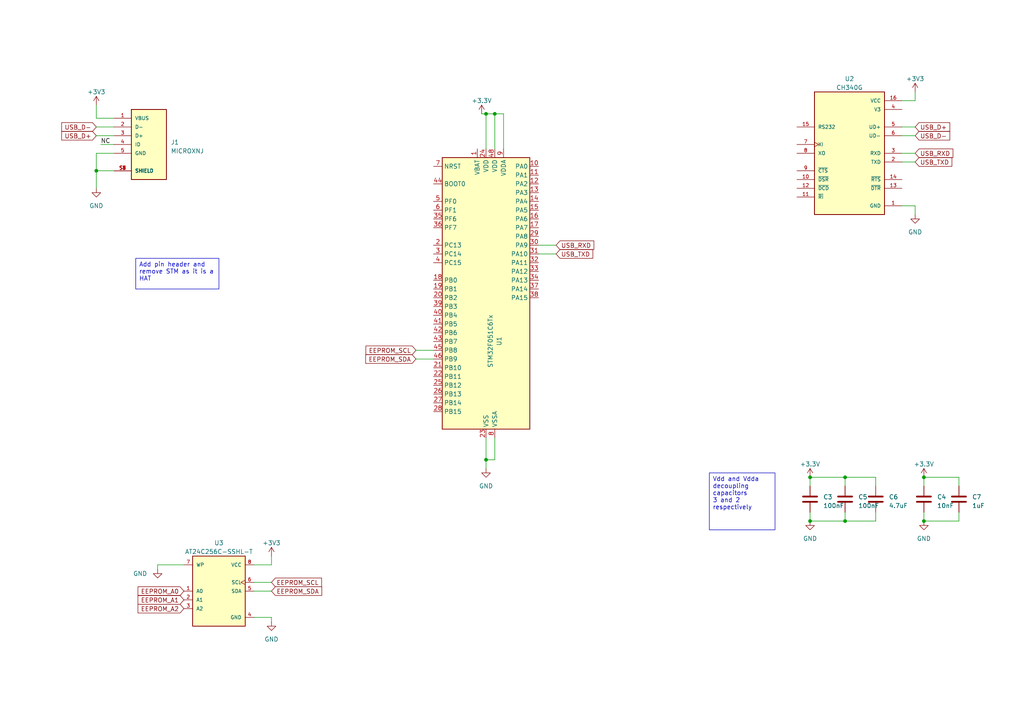
<source format=kicad_sch>
(kicad_sch (version 20230121) (generator eeschema)
  (paper "A4")
  (lib_symbols
    (symbol "AT24C256C-SSHL-T:AT24C256C-SSHL-T" (pin_names (offset 1.016))
      (property "Reference" "U" (at -7.6427 10.1903 0))
      (property "Value" "AT24C256C-SSHL-T" (at -7.6309 -12.7181 0))
      (symbol "AT24C256C-SSHL-T_0_0"
        (rectangle (start -7.62 -10.16) (end 7.62 10.16) (stroke (width 0.254)) (fill (type background)))
        (pin input line (at -10.16 0 0) (length 2.54) (name "A0") (number "1"))
        (pin input line (at -10.16 -2.54 0) (length 2.54) (name "A1") (number "2"))
        (pin input line (at -10.16 -5.08 0) (length 2.54) (name "A2") (number "3"))
        (pin power_in line (at 10.16 -7.62 180) (length 2.54) (name "GND") (number "4"))
        (pin bidirectional line (at 10.16 0 180) (length 2.54) (name "SDA") (number "5"))
        (pin input clock (at 10.16 2.54 180) (length 2.54) (name "SCL") (number "6"))
        (pin input line (at -10.16 7.62 0) (length 2.54) (name "WP") (number "7"))
        (pin power_in line (at 10.16 7.62 180) (length 2.54) (name "VCC") (number "8"))
      )
    )
    (symbol "CH340G:CH340G" (pin_names (offset 1.016))
      (property "Reference" "U" (at -10.16 20.32 0))
      (property "Value" "CH340G" (at -10.16 -22.86 0))
      (symbol "CH340G_0_0"
        (rectangle (start -10.16 -17.78) (end 10.16 17.78) (stroke (width 0.254)) (fill (type background)))
        (pin power_in line (at 15.24 -15.24 180) (length 5.08) (name "GND") (number "1"))
        (pin input line (at -15.24 -7.62 0) (length 5.08) (name "~{DSR}") (number "10"))
        (pin input line (at -15.24 -12.7 0) (length 5.08) (name "~{RI}") (number "11"))
        (pin input line (at -15.24 -10.16 0) (length 5.08) (name "~{DCD}") (number "12"))
        (pin output line (at 15.24 -10.16 180) (length 5.08) (name "~{DTR}") (number "13"))
        (pin output line (at 15.24 -7.62 180) (length 5.08) (name "~{RTS}") (number "14"))
        (pin input line (at -15.24 7.62 0) (length 5.08) (name "RS232") (number "15"))
        (pin power_in line (at 15.24 15.24 180) (length 5.08) (name "VCC") (number "16"))
        (pin output line (at 15.24 -2.54 180) (length 5.08) (name "TXD") (number "2"))
        (pin input line (at 15.24 0 180) (length 5.08) (name "RXD") (number "3"))
        (pin power_in line (at 15.24 12.7 180) (length 5.08) (name "V3") (number "4"))
        (pin bidirectional line (at 15.24 7.62 180) (length 5.08) (name "UD+") (number "5"))
        (pin bidirectional line (at 15.24 5.08 180) (length 5.08) (name "UD-") (number "6"))
        (pin input clock (at -15.24 2.54 0) (length 5.08) (name "XI") (number "7"))
        (pin output line (at -15.24 0 0) (length 5.08) (name "XO") (number "8"))
        (pin input line (at -15.24 -5.08 0) (length 5.08) (name "~{CTS}") (number "9"))
      )
    )
    (symbol "Device:C" (pin_numbers hide) (pin_names (offset 0.254))
      (property "Reference" "C" (at 0.635 2.54 0))
      (property "Value" "C" (at 0.635 -2.54 0))
      (symbol "C_0_1"
        (polyline (pts (xy -2.032 -0.762) (xy 2.032 -0.762)) (stroke (width 0.508)))
        (polyline (pts (xy -2.032 0.762) (xy 2.032 0.762)) (stroke (width 0.508)))
      )
      (symbol "C_1_1"
        (pin passive line (at 0 3.81 270) (length 2.794) (name "~") (number "1"))
        (pin passive line (at 0 -3.81 90) (length 2.794) (name "~") (number "2"))
      )
    )
    (symbol "MCU_ST_STM32F0:STM32F051C6Tx"
      (property "Reference" "U" (at -12.7 41.91 0))
      (property "Value" "STM32F051C6Tx" (at 7.62 41.91 0))
      (symbol "STM32F051C6Tx_0_1"
        (rectangle (start -12.7 -38.1) (end 12.7 40.64) (stroke (width 0.254)) (fill (type background)))
      )
      (symbol "STM32F051C6Tx_1_1"
        (pin power_in line (at -2.54 43.18 270) (length 2.54) (name "VBAT") (number "1"))
        (pin bidirectional line (at 15.24 38.1 180) (length 2.54) (name "PA0") (number "10"))
        (pin bidirectional line (at 15.24 35.56 180) (length 2.54) (name "PA1") (number "11"))
        (pin bidirectional line (at 15.24 33.02 180) (length 2.54) (name "PA2") (number "12"))
        (pin bidirectional line (at 15.24 30.48 180) (length 2.54) (name "PA3") (number "13"))
        (pin bidirectional line (at 15.24 27.94 180) (length 2.54) (name "PA4") (number "14"))
        (pin bidirectional line (at 15.24 25.4 180) (length 2.54) (name "PA5") (number "15"))
        (pin bidirectional line (at 15.24 22.86 180) (length 2.54) (name "PA6") (number "16"))
        (pin bidirectional line (at 15.24 20.32 180) (length 2.54) (name "PA7") (number "17"))
        (pin bidirectional line (at -15.24 5.08 0) (length 2.54) (name "PB0") (number "18"))
        (pin bidirectional line (at -15.24 2.54 0) (length 2.54) (name "PB1") (number "19"))
        (pin bidirectional line (at -15.24 15.24 0) (length 2.54) (name "PC13") (number "2"))
        (pin bidirectional line (at -15.24 0 0) (length 2.54) (name "PB2") (number "20"))
        (pin bidirectional line (at -15.24 -20.32 0) (length 2.54) (name "PB10") (number "21"))
        (pin bidirectional line (at -15.24 -22.86 0) (length 2.54) (name "PB11") (number "22"))
        (pin power_in line (at 0 -40.64 90) (length 2.54) (name "VSS") (number "23"))
        (pin power_in line (at 0 43.18 270) (length 2.54) (name "VDD") (number "24"))
        (pin bidirectional line (at -15.24 -25.4 0) (length 2.54) (name "PB12") (number "25"))
        (pin bidirectional line (at -15.24 -27.94 0) (length 2.54) (name "PB13") (number "26"))
        (pin bidirectional line (at -15.24 -30.48 0) (length 2.54) (name "PB14") (number "27"))
        (pin bidirectional line (at -15.24 -33.02 0) (length 2.54) (name "PB15") (number "28"))
        (pin bidirectional line (at 15.24 17.78 180) (length 2.54) (name "PA8") (number "29"))
        (pin bidirectional line (at -15.24 12.7 0) (length 2.54) (name "PC14") (number "3"))
        (pin bidirectional line (at 15.24 15.24 180) (length 2.54) (name "PA9") (number "30"))
        (pin bidirectional line (at 15.24 12.7 180) (length 2.54) (name "PA10") (number "31"))
        (pin bidirectional line (at 15.24 10.16 180) (length 2.54) (name "PA11") (number "32"))
        (pin bidirectional line (at 15.24 7.62 180) (length 2.54) (name "PA12") (number "33"))
        (pin bidirectional line (at 15.24 5.08 180) (length 2.54) (name "PA13") (number "34"))
        (pin bidirectional line (at -15.24 22.86 0) (length 2.54) (name "PF6") (number "35"))
        (pin bidirectional line (at -15.24 20.32 0) (length 2.54) (name "PF7") (number "36"))
        (pin bidirectional line (at 15.24 2.54 180) (length 2.54) (name "PA14") (number "37"))
        (pin bidirectional line (at 15.24 0 180) (length 2.54) (name "PA15") (number "38"))
        (pin bidirectional line (at -15.24 -2.54 0) (length 2.54) (name "PB3") (number "39"))
        (pin bidirectional line (at -15.24 10.16 0) (length 2.54) (name "PC15") (number "4"))
        (pin bidirectional line (at -15.24 -5.08 0) (length 2.54) (name "PB4") (number "40"))
        (pin bidirectional line (at -15.24 -7.62 0) (length 2.54) (name "PB5") (number "41"))
        (pin bidirectional line (at -15.24 -10.16 0) (length 2.54) (name "PB6") (number "42"))
        (pin bidirectional line (at -15.24 -12.7 0) (length 2.54) (name "PB7") (number "43"))
        (pin input line (at -15.24 33.02 0) (length 2.54) (name "BOOT0") (number "44"))
        (pin bidirectional line (at -15.24 -15.24 0) (length 2.54) (name "PB8") (number "45"))
        (pin bidirectional line (at -15.24 -17.78 0) (length 2.54) (name "PB9") (number "46"))
        (pin passive line (at 0 -40.64 90) (length 2.54) hide (name "VSS") (number "47"))
        (pin power_in line (at 2.54 43.18 270) (length 2.54) (name "VDD") (number "48"))
        (pin bidirectional line (at -15.24 27.94 0) (length 2.54) (name "PF0") (number "5"))
        (pin bidirectional line (at -15.24 25.4 0) (length 2.54) (name "PF1") (number "6"))
        (pin input line (at -15.24 38.1 0) (length 2.54) (name "NRST") (number "7"))
        (pin power_in line (at 2.54 -40.64 90) (length 2.54) (name "VSSA") (number "8"))
        (pin power_in line (at 5.08 43.18 270) (length 2.54) (name "VDDA") (number "9"))
      )
    )
    (symbol "MICROXNJ:MICROXNJ" (pin_names (offset 1.016))
      (property "Reference" "J" (at -5.0828 10.9278 0))
      (property "Value" "MICROXNJ" (at -5.0823 -10.9276 0))
      (symbol "MICROXNJ_0_0"
        (rectangle (start -5.08 -10.16) (end 5.08 10.16) (stroke (width 0.254)) (fill (type background)))
        (pin power_in line (at -10.16 7.62 0) (length 5.08) (name "VBUS") (number "1"))
        (pin bidirectional line (at -10.16 5.08 0) (length 5.08) (name "D-") (number "2"))
        (pin bidirectional line (at -10.16 2.54 0) (length 5.08) (name "D+") (number "3"))
        (pin bidirectional line (at -10.16 0 0) (length 5.08) (name "ID") (number "4"))
        (pin power_in line (at -10.16 -2.54 0) (length 5.08) (name "GND") (number "5"))
        (pin passive line (at -10.16 -7.62 0) (length 5.08) (name "SHIELD") (number "S1"))
        (pin passive line (at -10.16 -7.62 0) (length 5.08) (name "SHIELD") (number "S2"))
        (pin passive line (at -10.16 -7.62 0) (length 5.08) (name "SHIELD") (number "S3"))
        (pin passive line (at -10.16 -7.62 0) (length 5.08) (name "SHIELD") (number "S4"))
        (pin passive line (at -10.16 -7.62 0) (length 5.08) (name "SHIELD") (number "S5"))
        (pin passive line (at -10.16 -7.62 0) (length 5.08) (name "SHIELD") (number "S6"))
      )
    )
    (symbol "power:+3.3V" (power) (pin_names (offset 0))
      (property "Value" "+3.3V" (at 0 3.556 0))
      (symbol "+3.3V_0_1"
        (polyline (pts (xy -0.762 1.27) (xy 0 2.54)))
        (polyline (pts (xy 0 0) (xy 0 2.54)))
        (polyline (pts (xy 0 2.54) (xy 0.762 1.27)))
      )
      (symbol "+3.3V_1_1"
        (pin power_in line (at 0 0 90) (length 0) hide (name "+3.3V") (number "1"))
      )
    )
    (symbol "power:+3V3" (power) (pin_names (offset 0))
      (property "Value" "+3V3" (at 0 3.556 0))
      (symbol "+3V3_0_1"
        (polyline (pts (xy -0.762 1.27) (xy 0 2.54)))
        (polyline (pts (xy 0 0) (xy 0 2.54)))
        (polyline (pts (xy 0 2.54) (xy 0.762 1.27)))
      )
      (symbol "+3V3_1_1"
        (pin power_in line (at 0 0 90) (length 0) hide (name "+3V3") (number "1"))
      )
    )
    (symbol "power:GND" (power) (pin_names (offset 0))
      (property "Value" "GND" (at 0 -3.81 0))
      (symbol "GND_0_1"
        (polyline (pts (xy 0 0) (xy 0 -1.27) (xy 1.27 -1.27) (xy 0 -2.54) (xy -1.27 -1.27) (xy 0 -1.27)))
      )
      (symbol "GND_1_1"
        (pin power_in line (at 0 0 270) (length 0) hide (name "GND") (number "1"))
      )
    )
  )
  (junction (at 140.97 33.02))
  (junction (at 245.11 151.13))
  (junction (at 140.97 133.35))
  (junction (at 27.94 49.53))
  (junction (at 234.95 151.13))
  (junction (at 267.97 151.13))
  (junction (at 143.51 33.02))
  (junction (at 267.97 138.43))
  (junction (at 234.95 138.43))
  (junction (at 245.11 138.43))
  (wire (pts (xy 261.62 29.21) (xy 265.43 29.21)))
  (wire (pts (xy 234.95 138.43) (xy 234.95 140.97)))
  (wire (pts (xy 120.65 101.6) (xy 125.73 101.6)))
  (wire (pts (xy 140.97 127) (xy 140.97 133.35)))
  (wire (pts (xy 33.02 49.53) (xy 27.94 49.53)))
  (wire (pts (xy 78.74 179.07) (xy 78.74 180.34)))
  (wire (pts (xy 139.7 33.02) (xy 140.97 33.02)))
  (wire (pts (xy 245.11 148.59) (xy 245.11 151.13)))
  (wire (pts (xy 265.43 59.69) (xy 265.43 62.23)))
  (wire (pts (xy 78.74 161.29) (xy 78.74 163.83)))
  (wire (pts (xy 33.02 34.29) (xy 27.94 34.29)))
  (wire (pts (xy 143.51 43.18) (xy 143.51 33.02)))
  (wire (pts (xy 245.11 151.13) (xy 234.95 151.13)))
  (wire (pts (xy 143.51 127) (xy 143.51 133.35)))
  (wire (pts (xy 156.21 73.66) (xy 161.29 73.66)))
  (wire (pts (xy 254 138.43) (xy 245.11 138.43)))
  (wire (pts (xy 53.34 163.83) (xy 45.72 163.83)))
  (wire (pts (xy 261.62 44.45) (xy 265.43 44.45)))
  (wire (pts (xy 73.66 179.07) (xy 78.74 179.07)))
  (wire (pts (xy 29.21 41.91) (xy 33.02 41.91)))
  (wire (pts (xy 27.94 39.37) (xy 33.02 39.37)))
  (wire (pts (xy 278.13 151.13) (xy 278.13 148.59)))
  (wire (pts (xy 143.51 33.02) (xy 140.97 33.02)))
  (wire (pts (xy 261.62 39.37) (xy 265.43 39.37)))
  (wire (pts (xy 254 151.13) (xy 245.11 151.13)))
  (wire (pts (xy 234.95 138.43) (xy 245.11 138.43)))
  (wire (pts (xy 261.62 36.83) (xy 265.43 36.83)))
  (wire (pts (xy 73.66 163.83) (xy 78.74 163.83)))
  (wire (pts (xy 33.02 44.45) (xy 27.94 44.45)))
  (wire (pts (xy 156.21 71.12) (xy 161.29 71.12)))
  (wire (pts (xy 267.97 138.43) (xy 267.97 140.97)))
  (wire (pts (xy 27.94 36.83) (xy 33.02 36.83)))
  (wire (pts (xy 261.62 46.99) (xy 265.43 46.99)))
  (wire (pts (xy 140.97 33.02) (xy 140.97 43.18)))
  (wire (pts (xy 254 140.97) (xy 254 138.43)))
  (wire (pts (xy 73.66 171.45) (xy 78.74 171.45)))
  (wire (pts (xy 234.95 148.59) (xy 234.95 151.13)))
  (wire (pts (xy 267.97 148.59) (xy 267.97 151.13)))
  (wire (pts (xy 27.94 30.48) (xy 27.94 34.29)))
  (wire (pts (xy 143.51 133.35) (xy 140.97 133.35)))
  (wire (pts (xy 27.94 44.45) (xy 27.94 49.53)))
  (wire (pts (xy 73.66 168.91) (xy 78.74 168.91)))
  (wire (pts (xy 27.94 49.53) (xy 27.94 54.61)))
  (wire (pts (xy 146.05 33.02) (xy 143.51 33.02)))
  (wire (pts (xy 245.11 138.43) (xy 245.11 140.97)))
  (wire (pts (xy 45.72 163.83) (xy 45.72 165.1)))
  (wire (pts (xy 146.05 43.18) (xy 146.05 33.02)))
  (wire (pts (xy 140.97 133.35) (xy 140.97 135.89)))
  (wire (pts (xy 267.97 151.13) (xy 278.13 151.13)))
  (wire (pts (xy 278.13 138.43) (xy 278.13 140.97)))
  (wire (pts (xy 265.43 26.67) (xy 265.43 29.21)))
  (wire (pts (xy 254 148.59) (xy 254 151.13)))
  (wire (pts (xy 120.65 104.14) (xy 125.73 104.14)))
  (wire (pts (xy 261.62 59.69) (xy 265.43 59.69)))
  (wire (pts (xy 267.97 138.43) (xy 278.13 138.43)))
  (text_box "Vdd and Vdda decoupling capacitors\n3 and 2 respectively" (at 205.74 137.16 0) (size 19.05 16.51) (effects (font (size 1.27 1.27)) (justify left top)))
  (text_box "Add pin header and remove STM as it is a HAT\n" (at 39.37 74.93 0) (size 24.13 8.89) (effects (font (size 1.27 1.27)) (justify left top)))
  (label "NC" (at 29.21 41.91 0))
  (global_label "USB_TXD" (shape input) (at 265.43 46.99 0) (property "Intersheetrefs" "${INTERSHEET_REFS}" (effects hide)))
  (global_label "USB_RXD" (shape input) (at 161.29 71.12 0) (property "Intersheetrefs" "${INTERSHEET_REFS}" (effects hide)))
  (global_label "EEPROM_A2" (shape input) (at 53.34 176.53 180) (property "Intersheetrefs" "${INTERSHEET_REFS}" (effects hide)))
  (global_label "EEPROM_SDA" (shape input) (at 78.74 171.45 0) (property "Intersheetrefs" "${INTERSHEET_REFS}" (effects hide)))
  (global_label "USB_D-" (shape input) (at 265.43 39.37 0) (property "Intersheetrefs" "${INTERSHEET_REFS}" (effects hide)))
  (global_label "USB_TXD" (shape input) (at 161.29 73.66 0) (property "Intersheetrefs" "${INTERSHEET_REFS}" (effects hide)))
  (global_label "EEPROM_SDA" (shape input) (at 120.65 104.14 180) (property "Intersheetrefs" "${INTERSHEET_REFS}" (effects hide)))
  (global_label "EEPROM_SCL" (shape input) (at 78.74 168.91 0) (property "Intersheetrefs" "${INTERSHEET_REFS}" (effects hide)))
  (global_label "EEPROM_A0" (shape input) (at 53.34 171.45 180) (property "Intersheetrefs" "${INTERSHEET_REFS}" (effects hide)))
  (global_label "EEPROM_SCL" (shape input) (at 120.65 101.6 180) (property "Intersheetrefs" "${INTERSHEET_REFS}" (effects hide)))
  (global_label "EEPROM_A1" (shape input) (at 53.34 173.99 180) (property "Intersheetrefs" "${INTERSHEET_REFS}" (effects hide)))
  (global_label "USB_D+" (shape input) (at 27.94 39.37 180) (property "Intersheetrefs" "${INTERSHEET_REFS}" (effects hide)))
  (global_label "USB_D+" (shape input) (at 265.43 36.83 0) (property "Intersheetrefs" "${INTERSHEET_REFS}" (effects hide)))
  (global_label "USB_D-" (shape input) (at 27.94 36.83 180) (property "Intersheetrefs" "${INTERSHEET_REFS}" (effects hide)))
  (global_label "USB_RXD" (shape input) (at 265.43 44.45 0) (property "Intersheetrefs" "${INTERSHEET_REFS}" (effects hide)))
  (symbol (lib_id "Device:C") (at 278.13 144.78 0) (unit 1)
    (property "Reference" "C7" (at 281.94 144.145 0) (effects (justify left)))
    (property "Value" "1uF" (at 281.94 146.685 0) (effects (justify left)))
  )
  (symbol (lib_id "power:GND") (at 45.72 165.1 0) (unit 1)
    (property "Reference" "#PWR033" (effects hide))
    (property "Value" "GND" (at 40.64 166.37 0))
  )
  (symbol (lib_id "AT24C256C-SSHL-T:AT24C256C-SSHL-T") (at 63.5 171.45 0) (unit 1)
    (property "Reference" "U3" (at 63.5 157.48 0))
    (property "Value" "AT24C256C-SSHL-T" (at 63.5 160.02 0))
    (property "Footprint" "SOIC127P600X175-8N" (effects hide))
    (property "MANUFACTURER" "Atmel" (effects hide))
  )
  (symbol (lib_id "CH340G:CH340G") (at 246.38 44.45 0) (unit 1)
    (property "Reference" "U2" (at 246.38 22.86 0))
    (property "Value" "CH340G" (at 246.38 25.4 0))
    (property "Footprint" "SOIC127P600X180-16N" (effects hide))
    (property "MANUFACTURER" "WCH" (effects hide))
    (property "STANDARD" "IPC 7351B" (effects hide))
    (property "PARTREV" "2G" (effects hide))
    (property "MAXIMUM_PACKAGE_HEIGHT" "1.8 mm" (effects hide))
  )
  (symbol (lib_id "power:GND") (at 27.94 54.61 0) (unit 1)
    (property "Reference" "#PWR04" (effects hide))
    (property "Value" "GND" (at 27.94 59.69 0))
  )
  (symbol (lib_id "power:GND") (at 234.95 151.13 0) (unit 1)
    (property "Reference" "#PWR021" (effects hide))
    (property "Value" "GND" (at 234.95 156.21 0))
  )
  (symbol (lib_id "MICROXNJ:MICROXNJ") (at 43.18 41.91 0) (unit 1)
    (property "Reference" "J1" (at 49.53 41.275 0) (effects (justify left)))
    (property "Value" "MICROXNJ" (at 49.53 43.815 0) (effects (justify left)))
    (property "Footprint" "SHOUHAN_MICROXNJ" (effects hide))
    (property "STANDARD" "Manufacturer Recommendations" (effects hide))
    (property "PARTREV" "A" (effects hide))
    (property "MANUFACTURER" "SHOUHAN" (effects hide))
    (property "MAXIMUM_PACKAGE_HEIGHT" "3mm" (effects hide))
  )
  (symbol (lib_id "Device:C") (at 234.95 144.78 0) (unit 1)
    (property "Reference" "C3" (at 238.76 144.145 0) (effects (justify left)))
    (property "Value" "100nF" (at 238.76 146.685 0) (effects (justify left)))
  )
  (symbol (lib_id "MCU_ST_STM32F0:STM32F051C6Tx") (at 140.97 86.36 0) (unit 1)
    (property "Reference" "U1" (at 144.78 100.33 90) (effects (justify left)))
    (property "Value" "STM32F051C6Tx" (at 142.24 106.68 90) (effects (justify left)))
    (property "Footprint" "Package_QFP:LQFP-48_7x7mm_P0.5mm" (effects hide))
    (property "Datasheet" "https://www.st.com/resource/en/datasheet/stm32f051c6.pdf" (effects hide))
  )
  (symbol (lib_id "power:+3.3V") (at 234.95 138.43 0) (unit 1)
    (property "Reference" "#PWR023" (effects hide))
    (property "Value" "+3.3V" (at 234.95 134.62 0))
  )
  (symbol (lib_id "Device:C") (at 254 144.78 0) (unit 1)
    (property "Reference" "C6" (at 257.81 144.145 0) (effects (justify left)))
    (property "Value" "4.7uF" (at 257.81 146.685 0) (effects (justify left)))
  )
  (symbol (lib_id "power:GND") (at 78.74 180.34 0) (unit 1)
    (property "Reference" "#PWR06" (effects hide))
    (property "Value" "GND" (at 78.74 185.42 0))
  )
  (symbol (lib_id "power:+3.3V") (at 139.7 33.02 0) (unit 1)
    (property "Reference" "#PWR019" (effects hide))
    (property "Value" "+3.3V" (at 139.7 29.21 0))
  )
  (symbol (lib_id "Device:C") (at 267.97 144.78 0) (unit 1)
    (property "Reference" "C4" (at 271.78 144.145 0) (effects (justify left)))
    (property "Value" "10nF" (at 271.78 146.685 0) (effects (justify left)))
  )
  (symbol (lib_id "power:+3V3") (at 78.74 161.29 0) (unit 1)
    (property "Reference" "#PWR05" (effects hide))
    (property "Value" "+3V3" (at 78.74 157.48 0))
  )
  (symbol (lib_id "power:GND") (at 265.43 62.23 0) (unit 1)
    (property "Reference" "#PWR01" (effects hide))
    (property "Value" "GND" (at 265.43 67.31 0))
  )
  (symbol (lib_id "power:GND") (at 267.97 151.13 0) (unit 1)
    (property "Reference" "#PWR022" (effects hide))
    (property "Value" "GND" (at 267.97 156.21 0))
  )
  (symbol (lib_id "power:GND") (at 140.97 135.89 0) (unit 1)
    (property "Reference" "#PWR020" (effects hide))
    (property "Value" "GND" (at 140.97 140.97 0))
  )
  (symbol (lib_id "Device:C") (at 245.11 144.78 0) (unit 1)
    (property "Reference" "C5" (at 248.92 144.145 0) (effects (justify left)))
    (property "Value" "100nF" (at 248.92 146.685 0) (effects (justify left)))
  )
  (symbol (lib_id "power:+3V3") (at 27.94 30.48 0) (unit 1)
    (property "Reference" "#PWR03" (effects hide))
    (property "Value" "+3V3" (at 27.94 26.67 0))
  )
  (symbol (lib_id "power:+3.3V") (at 267.97 138.43 0) (unit 1)
    (property "Reference" "#PWR024" (effects hide))
    (property "Value" "+3.3V" (at 267.97 134.62 0))
  )
  (symbol (lib_id "power:+3V3") (at 265.43 26.67 0) (unit 1)
    (property "Reference" "#PWR02" (effects hide))
    (property "Value" "+3V3" (at 265.43 22.86 0))
  )
)
</source>
